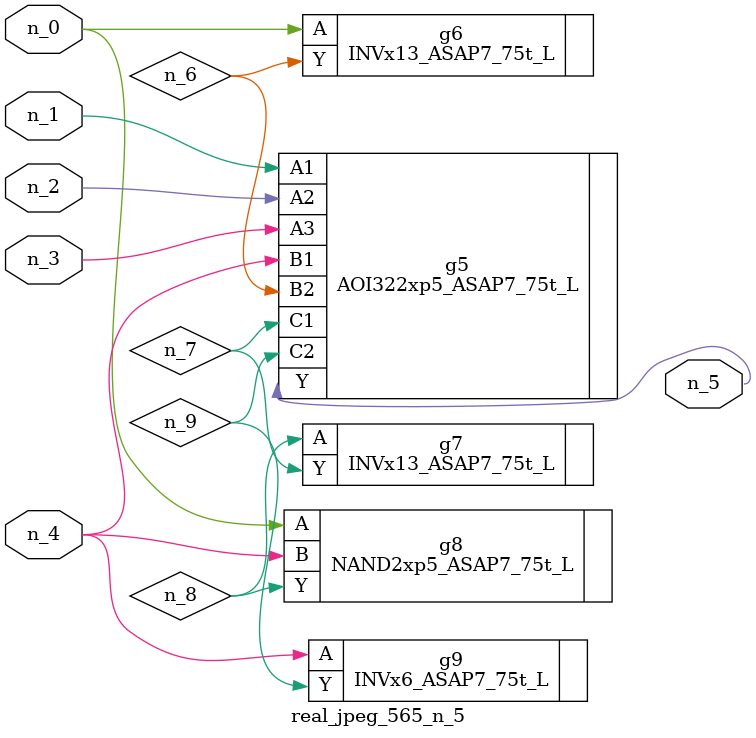
<source format=v>
module real_jpeg_565_n_5 (n_4, n_0, n_1, n_2, n_3, n_5);

input n_4;
input n_0;
input n_1;
input n_2;
input n_3;

output n_5;

wire n_8;
wire n_6;
wire n_7;
wire n_9;

INVx13_ASAP7_75t_L g6 ( 
.A(n_0),
.Y(n_6)
);

NAND2xp5_ASAP7_75t_L g8 ( 
.A(n_0),
.B(n_4),
.Y(n_8)
);

AOI322xp5_ASAP7_75t_L g5 ( 
.A1(n_1),
.A2(n_2),
.A3(n_3),
.B1(n_4),
.B2(n_6),
.C1(n_7),
.C2(n_9),
.Y(n_5)
);

INVx6_ASAP7_75t_L g9 ( 
.A(n_4),
.Y(n_9)
);

INVx13_ASAP7_75t_L g7 ( 
.A(n_8),
.Y(n_7)
);


endmodule
</source>
